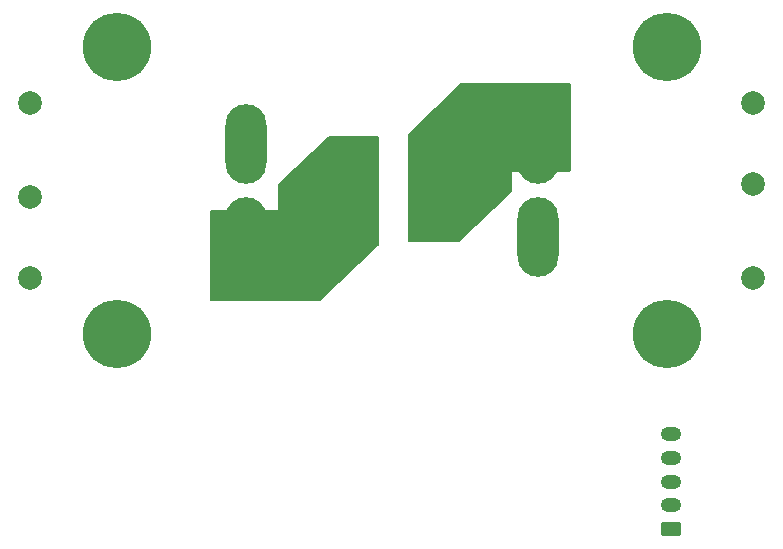
<source format=gbr>
%TF.GenerationSoftware,KiCad,Pcbnew,8.0.5*%
%TF.CreationDate,2025-05-09T00:08:28-04:00*%
%TF.ProjectId,precharge-electrium-f24,70726563-6861-4726-9765-2d656c656374,rev?*%
%TF.SameCoordinates,Original*%
%TF.FileFunction,Soldermask,Bot*%
%TF.FilePolarity,Negative*%
%FSLAX46Y46*%
G04 Gerber Fmt 4.6, Leading zero omitted, Abs format (unit mm)*
G04 Created by KiCad (PCBNEW 8.0.5) date 2025-05-09 00:08:28*
%MOMM*%
%LPD*%
G01*
G04 APERTURE LIST*
G04 Aperture macros list*
%AMRoundRect*
0 Rectangle with rounded corners*
0 $1 Rounding radius*
0 $2 $3 $4 $5 $6 $7 $8 $9 X,Y pos of 4 corners*
0 Add a 4 corners polygon primitive as box body*
4,1,4,$2,$3,$4,$5,$6,$7,$8,$9,$2,$3,0*
0 Add four circle primitives for the rounded corners*
1,1,$1+$1,$2,$3*
1,1,$1+$1,$4,$5*
1,1,$1+$1,$6,$7*
1,1,$1+$1,$8,$9*
0 Add four rect primitives between the rounded corners*
20,1,$1+$1,$2,$3,$4,$5,0*
20,1,$1+$1,$4,$5,$6,$7,0*
20,1,$1+$1,$6,$7,$8,$9,0*
20,1,$1+$1,$8,$9,$2,$3,0*%
G04 Aperture macros list end*
%ADD10C,2.780000*%
%ADD11RoundRect,0.250000X0.625000X-0.350000X0.625000X0.350000X-0.625000X0.350000X-0.625000X-0.350000X0*%
%ADD12O,1.750000X1.200000*%
%ADD13O,3.474000X6.744000*%
%ADD14C,5.790000*%
%ADD15C,2.004000*%
G04 APERTURE END LIST*
D10*
%TO.C,F1*%
X144740000Y-104200000D03*
X144740000Y-107600000D03*
X154660000Y-104200000D03*
X154660000Y-107600000D03*
%TD*%
D11*
%TO.C,J3*%
X173250000Y-134500000D03*
D12*
X173250000Y-132500000D03*
X173250000Y-130500000D03*
X173250000Y-128500000D03*
X173250000Y-126500000D03*
%TD*%
D13*
%TO.C,J1*%
X137255000Y-109795000D03*
X137255000Y-101895000D03*
D14*
X126335000Y-118000000D03*
X126335000Y-93690000D03*
D15*
X119015000Y-113235000D03*
X119015000Y-98455000D03*
X119015000Y-106375000D03*
%TD*%
D13*
%TO.C,J2*%
X161945000Y-101895000D03*
X161945000Y-109795000D03*
D14*
X172865000Y-93690000D03*
X172865000Y-118000000D03*
D15*
X180185000Y-98455000D03*
X180185000Y-113235000D03*
X180185000Y-105315000D03*
%TD*%
G36*
X148443039Y-101269685D02*
G01*
X148488794Y-101322489D01*
X148500000Y-101374000D01*
X148500000Y-110446765D01*
X148480315Y-110513804D01*
X148461405Y-110536665D01*
X143535895Y-115215900D01*
X143473734Y-115247802D01*
X143450490Y-115250000D01*
X134374000Y-115250000D01*
X134306961Y-115230315D01*
X134261206Y-115177511D01*
X134250000Y-115126000D01*
X134250000Y-107624000D01*
X134269685Y-107556961D01*
X134322489Y-107511206D01*
X134374000Y-107500000D01*
X140000000Y-107500000D01*
X140000000Y-105303577D01*
X140019685Y-105236538D01*
X140039015Y-105213280D01*
X144214191Y-101283703D01*
X144276500Y-101252091D01*
X144299176Y-101250000D01*
X148376000Y-101250000D01*
X148443039Y-101269685D01*
G37*
G36*
X164693039Y-96769685D02*
G01*
X164738794Y-96822489D01*
X164750000Y-96874000D01*
X164750000Y-104126000D01*
X164730315Y-104193039D01*
X164677511Y-104238794D01*
X164626000Y-104250000D01*
X159750000Y-104250000D01*
X159750000Y-105946550D01*
X159730315Y-106013589D01*
X159711141Y-106036700D01*
X155285841Y-110216150D01*
X155223587Y-110247870D01*
X155200700Y-110250000D01*
X151124000Y-110250000D01*
X151056961Y-110230315D01*
X151011206Y-110177511D01*
X151000000Y-110126000D01*
X151000000Y-101053449D01*
X151019685Y-100986410D01*
X151038859Y-100963299D01*
X155464159Y-96783850D01*
X155526413Y-96752130D01*
X155549300Y-96750000D01*
X164626000Y-96750000D01*
X164693039Y-96769685D01*
G37*
M02*

</source>
